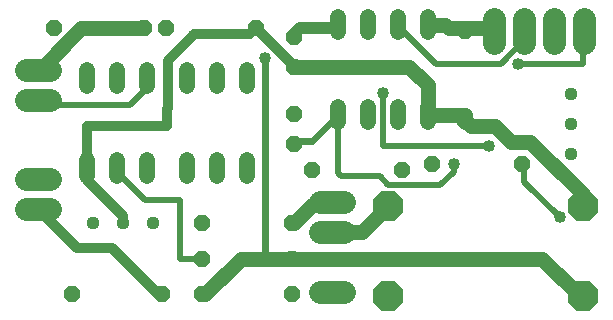
<source format=gbr>
G04 EAGLE Gerber RS-274X export*
G75*
%MOMM*%
%FSLAX34Y34*%
%LPD*%
%INBottom Copper*%
%IPPOS*%
%AMOC8*
5,1,8,0,0,1.08239X$1,22.5*%
G01*
%ADD10P,1.429621X8X202.500000*%
%ADD11C,1.320800*%
%ADD12C,1.981200*%
%ADD13P,2.749271X8X292.500000*%
%ADD14P,1.429621X8X292.500000*%
%ADD15P,1.429621X8X22.500000*%
%ADD16C,1.117600*%
%ADD17P,1.429621X8X112.500000*%
%ADD18C,1.270000*%
%ADD19C,0.508000*%
%ADD20C,0.812800*%
%ADD21C,0.609600*%
%ADD22C,1.016000*%
%ADD23C,1.016000*%


D10*
X351361Y140430D03*
X275161Y140430D03*
X258100Y95000D03*
X181900Y95000D03*
X228100Y260000D03*
X151900Y260000D03*
D11*
X220400Y224704D02*
X220400Y211496D01*
X195000Y211496D02*
X195000Y224704D01*
X195000Y148504D02*
X195000Y135296D01*
X220400Y135296D02*
X220400Y148504D01*
X169600Y211496D02*
X169600Y224704D01*
X169600Y148504D02*
X169600Y135296D01*
D12*
X53106Y106600D02*
X33294Y106600D01*
X33294Y224800D02*
X53106Y224800D01*
D13*
X504314Y109427D03*
X504314Y33227D03*
X339214Y109427D03*
X339214Y33227D03*
D12*
X302106Y36600D02*
X282294Y36600D01*
X282294Y87400D02*
X302106Y87400D01*
D10*
X133100Y260000D03*
X56900Y260000D03*
D11*
X135400Y224704D02*
X135400Y211496D01*
X110000Y211496D02*
X110000Y224704D01*
X110000Y148504D02*
X110000Y135296D01*
X135400Y135296D02*
X135400Y148504D01*
X84600Y211496D02*
X84600Y224704D01*
X84600Y148504D02*
X84600Y135296D01*
D12*
X53106Y199400D02*
X33294Y199400D01*
D14*
X405000Y258100D03*
X405000Y181900D03*
D15*
X376900Y145000D03*
X453100Y145000D03*
D16*
X494500Y153600D03*
X494500Y179000D03*
X494500Y204400D03*
X140400Y95000D03*
X115000Y95000D03*
X89600Y95000D03*
D12*
X429600Y247794D02*
X429600Y267606D01*
X302106Y112800D02*
X282294Y112800D01*
D14*
X260000Y252700D03*
X260000Y227300D03*
D10*
X258100Y65000D03*
X181900Y65000D03*
D15*
X71900Y35000D03*
X148100Y35000D03*
D10*
X258100Y35000D03*
X181900Y35000D03*
D17*
X260000Y162300D03*
X260000Y187700D03*
D11*
X296900Y193504D02*
X296900Y180296D01*
X322300Y180296D02*
X322300Y193504D01*
X347700Y193504D02*
X347700Y180296D01*
X373100Y180296D02*
X373100Y193504D01*
X373100Y256496D02*
X373100Y269704D01*
X347700Y269704D02*
X347700Y256496D01*
X322300Y256496D02*
X322300Y269704D01*
X296900Y269704D02*
X296900Y256496D01*
D12*
X53106Y132800D02*
X33294Y132800D01*
X455000Y247794D02*
X455000Y267606D01*
X480400Y267606D02*
X480400Y247794D01*
X505400Y247794D02*
X505400Y267606D01*
D18*
X275000Y110000D02*
X260000Y95000D01*
X275000Y110000D02*
X290000Y110000D01*
D19*
X260000Y95000D02*
X258100Y95000D01*
D18*
X290000Y110000D02*
X292200Y112800D01*
D20*
X145000Y35000D02*
X105862Y74138D01*
X75862Y74138D01*
X45000Y105000D01*
D19*
X145000Y35000D02*
X148100Y35000D01*
D20*
X45000Y105000D02*
X43200Y106600D01*
D18*
X45000Y225000D02*
X80000Y260000D01*
X133100Y260000D01*
D19*
X45000Y225000D02*
X43200Y224800D01*
D18*
X405000Y181900D02*
X410000Y176900D01*
X430509Y176900D01*
X443383Y164026D01*
X459715Y164026D02*
X504314Y119427D01*
X459715Y164026D02*
X443383Y164026D01*
D20*
X504314Y119427D02*
X504314Y109427D01*
D18*
X405000Y186900D02*
X373100Y186900D01*
X405000Y186900D02*
X405000Y181900D01*
D20*
X373268Y187068D02*
X373100Y186900D01*
D18*
X373268Y187068D02*
X373268Y211732D01*
X357700Y227300D01*
X260000Y227300D01*
D20*
X260000Y228100D02*
X228100Y260000D01*
D18*
X260000Y228100D02*
X260000Y227300D01*
D21*
X228100Y260000D02*
X223100Y255000D01*
D20*
X175386Y255000D02*
X152877Y232491D01*
X152877Y192586D01*
X152321Y192030D01*
X152321Y177490D01*
X84600Y177490D01*
X84600Y141900D01*
X175386Y255000D02*
X223100Y255000D01*
X84600Y131900D02*
X115000Y101500D01*
D21*
X84600Y131900D02*
X84600Y141900D01*
D20*
X115000Y101500D02*
X115000Y95000D01*
D19*
X120726Y195401D02*
X134211Y208886D01*
X120726Y195401D02*
X47199Y195401D01*
X43200Y199400D01*
X134211Y208886D02*
X135400Y218100D01*
D22*
X260000Y255000D02*
X265000Y260000D01*
X295000Y260000D01*
D19*
X260000Y255000D02*
X260000Y252700D01*
X295000Y260000D02*
X296900Y263100D01*
D18*
X215000Y65000D02*
X185000Y35000D01*
X235000Y65000D02*
X258100Y65000D01*
X235000Y65000D02*
X215000Y65000D01*
D19*
X185000Y35000D02*
X181900Y35000D01*
D21*
X235000Y65000D02*
X235000Y235000D01*
D18*
X470000Y65000D02*
X500000Y35000D01*
X470000Y65000D02*
X258100Y65000D01*
D19*
X500000Y35000D02*
X504314Y33227D01*
D23*
X235000Y235000D03*
D19*
X455000Y130000D02*
X485000Y100000D01*
X455000Y130000D02*
X455000Y145000D01*
X453100Y145000D01*
D23*
X485000Y100000D03*
D19*
X181900Y65000D02*
X163794Y65000D01*
X163794Y115000D01*
X133591Y115000D01*
X110000Y138591D01*
X110000Y141900D01*
D21*
X275000Y165000D02*
X296778Y186778D01*
D19*
X296900Y186900D01*
D21*
X275000Y165000D02*
X260000Y165000D01*
D19*
X260000Y162300D01*
X505000Y230000D02*
X505000Y255000D01*
X505000Y230000D02*
X450000Y230000D01*
X395000Y138750D02*
X383872Y127622D01*
X395000Y138750D02*
X395000Y145000D01*
X383872Y127622D02*
X339757Y127622D01*
X297178Y137822D02*
X297178Y186778D01*
X297178Y137822D02*
X300000Y135000D01*
X332379Y135000D01*
X339757Y127622D01*
X297178Y186778D02*
X296778Y186778D01*
X505000Y255000D02*
X505400Y257700D01*
D23*
X450000Y230000D03*
X395000Y145000D03*
D18*
X317186Y87400D02*
X292200Y87400D01*
X317186Y87400D02*
X339214Y109427D01*
X405000Y260000D02*
X425000Y260000D01*
X405000Y260000D02*
X391200Y260000D01*
D20*
X388100Y263100D01*
D18*
X427300Y257700D02*
X429600Y257700D01*
D20*
X427300Y257700D02*
X425000Y260000D01*
D18*
X388100Y263100D02*
X373100Y263100D01*
D19*
X405000Y260000D02*
X405000Y258100D01*
X380000Y230000D02*
X350000Y260000D01*
X380000Y230000D02*
X435000Y230000D01*
X455000Y250000D01*
X455000Y257700D01*
X350000Y260000D02*
X347700Y263100D01*
X335000Y205000D02*
X335000Y160000D01*
X425000Y160000D01*
D23*
X335000Y205000D03*
X425000Y160000D03*
M02*

</source>
